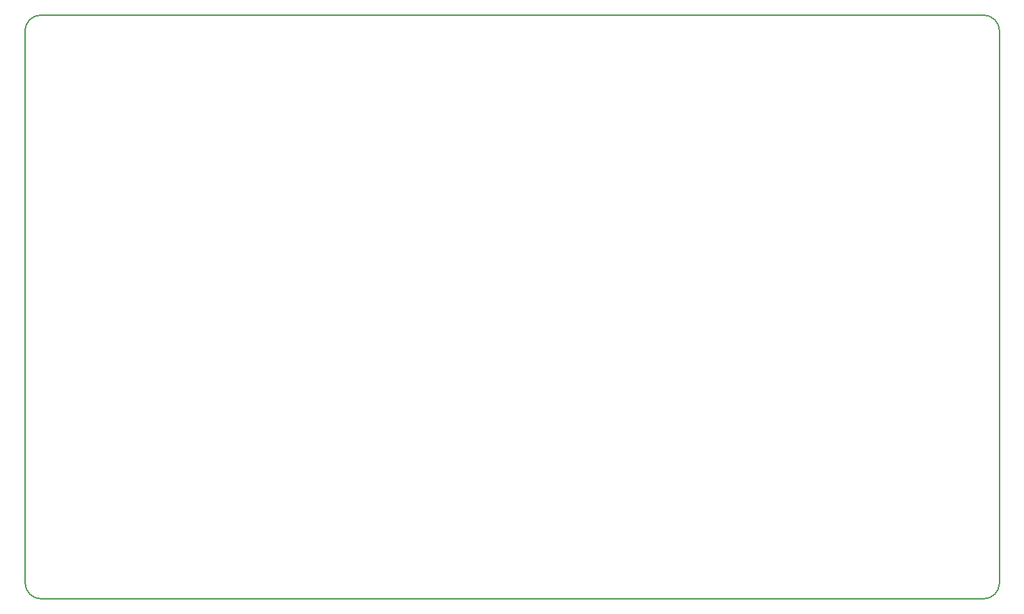
<source format=gbp>
%FSLAX23Y23*%
%MOIN*%
G70*
G01*
G75*
G04 Layer_Color=128*
%ADD10C,0.008*%
%ADD11C,0.020*%
%ADD12C,0.010*%
%ADD13C,0.030*%
%ADD14R,0.048X0.048*%
%ADD15R,0.048X0.048*%
%ADD16R,0.071X0.048*%
%ADD17R,0.048X0.071*%
%ADD18R,0.087X0.024*%
%ADD19R,0.038X0.012*%
%ADD20R,0.012X0.038*%
%ADD21R,0.173X0.173*%
%ADD22R,0.060X0.020*%
%ADD23R,0.020X0.060*%
%ADD24R,0.022X0.048*%
%ADD25R,0.016X0.060*%
%ADD26R,0.150X0.082*%
%ADD27R,0.350X0.450*%
%ADD28R,0.083X0.052*%
%ADD29R,0.040X0.044*%
%ADD30R,0.044X0.040*%
%ADD31R,0.024X0.087*%
%ADD32R,0.046X0.021*%
%ADD33R,0.178X0.052*%
%ADD34R,0.154X0.071*%
%ADD35R,0.052X0.178*%
%ADD36R,0.071X0.154*%
%ADD37R,0.056X0.119*%
%ADD38R,0.043X0.042*%
%ADD39R,0.042X0.043*%
%ADD40R,0.060X0.079*%
%ADD41R,0.119X0.056*%
%ADD42R,0.079X0.048*%
%ADD43C,0.040*%
%ADD44C,0.012*%
%ADD45C,0.015*%
%ADD46C,0.006*%
%ADD47O,0.060X0.120*%
%ADD48C,0.054*%
%ADD49C,0.137*%
%ADD50C,0.060*%
%ADD51O,0.102X0.295*%
%ADD52O,0.181X0.059*%
%ADD53O,0.063X0.189*%
%ADD54C,0.066*%
%ADD55C,0.135*%
%ADD56P,0.065X8X22.5*%
%ADD57C,0.230*%
%ADD58C,0.056*%
%ADD59C,0.030*%
%ADD60C,0.040*%
%ADD61C,0.000*%
%ADD62C,0.004*%
%ADD63C,0.005*%
%ADD64R,0.006X0.012*%
%ADD65R,0.006X0.012*%
%ADD66R,0.012X0.012*%
%ADD67R,0.008X0.008*%
%ADD68R,0.098X0.056*%
%ADD69R,0.056X0.056*%
%ADD70R,0.056X0.056*%
%ADD71R,0.079X0.056*%
%ADD72R,0.056X0.079*%
%ADD73R,0.095X0.032*%
%ADD74R,0.046X0.020*%
%ADD75R,0.020X0.046*%
%ADD76R,0.181X0.181*%
%ADD77R,0.068X0.028*%
%ADD78R,0.028X0.068*%
%ADD79R,0.030X0.056*%
%ADD80R,0.024X0.068*%
%ADD81R,0.158X0.090*%
%ADD82R,0.358X0.458*%
%ADD83R,0.091X0.060*%
%ADD84R,0.048X0.052*%
%ADD85R,0.052X0.048*%
%ADD86R,0.032X0.095*%
%ADD87R,0.054X0.029*%
%ADD88R,0.186X0.060*%
%ADD89R,0.162X0.079*%
%ADD90R,0.060X0.186*%
%ADD91R,0.079X0.162*%
%ADD92R,0.064X0.127*%
%ADD93R,0.051X0.050*%
%ADD94R,0.050X0.051*%
%ADD95R,0.068X0.087*%
%ADD96R,0.127X0.064*%
%ADD97R,0.087X0.056*%
%ADD98O,0.068X0.128*%
%ADD99C,0.062*%
%ADD100C,0.144*%
%ADD101C,0.068*%
%ADD102O,0.110X0.303*%
%ADD103O,0.189X0.067*%
%ADD104O,0.071X0.197*%
%ADD105C,0.074*%
%ADD106C,0.143*%
%ADD107P,0.074X8X22.5*%
%ADD108C,0.238*%
%ADD109C,0.064*%
%ADD110C,0.038*%
D46*
X79Y2953D02*
G03*
X0Y2875I-1J-79D01*
G01*
X4922D02*
G03*
X4843Y2953I-79J-1D01*
G01*
Y0D02*
G03*
X4922Y79I0J79D01*
G01*
X0D02*
G03*
X79Y0I79J0D01*
G01*
Y2953D02*
X4843D01*
X4922Y79D02*
Y2875D01*
X79Y0D02*
X4843D01*
X0Y79D02*
Y2875D01*
M02*

</source>
